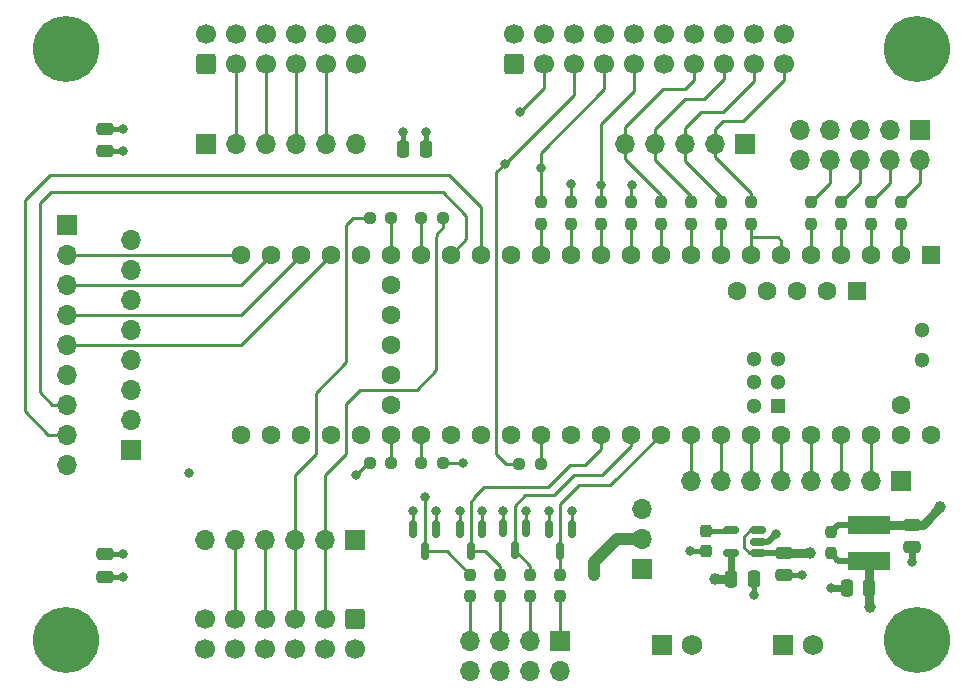
<source format=gbr>
%TF.GenerationSoftware,KiCad,Pcbnew,8.0.6-1.fc40*%
%TF.CreationDate,2024-12-19T20:54:17-05:00*%
%TF.ProjectId,Controller_T41,436f6e74-726f-46c6-9c65-725f5434312e,rev?*%
%TF.SameCoordinates,Original*%
%TF.FileFunction,Copper,L1,Top*%
%TF.FilePolarity,Positive*%
%FSLAX46Y46*%
G04 Gerber Fmt 4.6, Leading zero omitted, Abs format (unit mm)*
G04 Created by KiCad (PCBNEW 8.0.6-1.fc40) date 2024-12-19 20:54:17*
%MOMM*%
%LPD*%
G01*
G04 APERTURE LIST*
G04 Aperture macros list*
%AMRoundRect*
0 Rectangle with rounded corners*
0 $1 Rounding radius*
0 $2 $3 $4 $5 $6 $7 $8 $9 X,Y pos of 4 corners*
0 Add a 4 corners polygon primitive as box body*
4,1,4,$2,$3,$4,$5,$6,$7,$8,$9,$2,$3,0*
0 Add four circle primitives for the rounded corners*
1,1,$1+$1,$2,$3*
1,1,$1+$1,$4,$5*
1,1,$1+$1,$6,$7*
1,1,$1+$1,$8,$9*
0 Add four rect primitives between the rounded corners*
20,1,$1+$1,$2,$3,$4,$5,0*
20,1,$1+$1,$4,$5,$6,$7,0*
20,1,$1+$1,$6,$7,$8,$9,0*
20,1,$1+$1,$8,$9,$2,$3,0*%
G04 Aperture macros list end*
%TA.AperFunction,ComponentPad*%
%ADD10RoundRect,0.250000X0.600000X-0.600000X0.600000X0.600000X-0.600000X0.600000X-0.600000X-0.600000X0*%
%TD*%
%TA.AperFunction,ComponentPad*%
%ADD11C,1.700000*%
%TD*%
%TA.AperFunction,SMDPad,CuDef*%
%ADD12RoundRect,0.237500X-0.237500X0.250000X-0.237500X-0.250000X0.237500X-0.250000X0.237500X0.250000X0*%
%TD*%
%TA.AperFunction,ComponentPad*%
%ADD13R,1.755000X1.755000*%
%TD*%
%TA.AperFunction,ComponentPad*%
%ADD14C,1.755000*%
%TD*%
%TA.AperFunction,SMDPad,CuDef*%
%ADD15RoundRect,0.250000X-0.475000X0.250000X-0.475000X-0.250000X0.475000X-0.250000X0.475000X0.250000X0*%
%TD*%
%TA.AperFunction,SMDPad,CuDef*%
%ADD16RoundRect,0.237500X-0.250000X-0.237500X0.250000X-0.237500X0.250000X0.237500X-0.250000X0.237500X0*%
%TD*%
%TA.AperFunction,ComponentPad*%
%ADD17RoundRect,0.250000X-0.600000X0.600000X-0.600000X-0.600000X0.600000X-0.600000X0.600000X0.600000X0*%
%TD*%
%TA.AperFunction,SMDPad,CuDef*%
%ADD18RoundRect,0.237500X-0.237500X0.300000X-0.237500X-0.300000X0.237500X-0.300000X0.237500X0.300000X0*%
%TD*%
%TA.AperFunction,ComponentPad*%
%ADD19R,1.700000X1.700000*%
%TD*%
%TA.AperFunction,ComponentPad*%
%ADD20O,1.700000X1.700000*%
%TD*%
%TA.AperFunction,SMDPad,CuDef*%
%ADD21RoundRect,0.237500X0.250000X0.237500X-0.250000X0.237500X-0.250000X-0.237500X0.250000X-0.237500X0*%
%TD*%
%TA.AperFunction,ComponentPad*%
%ADD22C,3.600000*%
%TD*%
%TA.AperFunction,ConnectorPad*%
%ADD23C,5.600000*%
%TD*%
%TA.AperFunction,ComponentPad*%
%ADD24R,1.600000X1.600000*%
%TD*%
%TA.AperFunction,ComponentPad*%
%ADD25C,1.600000*%
%TD*%
%TA.AperFunction,ComponentPad*%
%ADD26R,1.300000X1.300000*%
%TD*%
%TA.AperFunction,ComponentPad*%
%ADD27C,1.300000*%
%TD*%
%TA.AperFunction,SMDPad,CuDef*%
%ADD28RoundRect,0.237500X0.237500X-0.250000X0.237500X0.250000X-0.237500X0.250000X-0.237500X-0.250000X0*%
%TD*%
%TA.AperFunction,SMDPad,CuDef*%
%ADD29R,3.600000X1.500000*%
%TD*%
%TA.AperFunction,SMDPad,CuDef*%
%ADD30RoundRect,0.150000X-0.150000X0.587500X-0.150000X-0.587500X0.150000X-0.587500X0.150000X0.587500X0*%
%TD*%
%TA.AperFunction,SMDPad,CuDef*%
%ADD31RoundRect,0.250000X-0.250000X-0.475000X0.250000X-0.475000X0.250000X0.475000X-0.250000X0.475000X0*%
%TD*%
%TA.AperFunction,SMDPad,CuDef*%
%ADD32RoundRect,0.250000X0.250000X0.475000X-0.250000X0.475000X-0.250000X-0.475000X0.250000X-0.475000X0*%
%TD*%
%TA.AperFunction,SMDPad,CuDef*%
%ADD33RoundRect,0.150000X0.512500X0.150000X-0.512500X0.150000X-0.512500X-0.150000X0.512500X-0.150000X0*%
%TD*%
%TA.AperFunction,ViaPad*%
%ADD34C,1.000000*%
%TD*%
%TA.AperFunction,ViaPad*%
%ADD35C,0.800000*%
%TD*%
%TA.AperFunction,Conductor*%
%ADD36C,0.600000*%
%TD*%
%TA.AperFunction,Conductor*%
%ADD37C,0.800000*%
%TD*%
%TA.AperFunction,Conductor*%
%ADD38C,0.250000*%
%TD*%
%TA.AperFunction,Conductor*%
%ADD39C,0.400000*%
%TD*%
%TA.AperFunction,Conductor*%
%ADD40C,0.500000*%
%TD*%
%TA.AperFunction,Conductor*%
%ADD41C,1.000000*%
%TD*%
G04 APERTURE END LIST*
D10*
%TO.P,J4,1,Pin_1*%
%TO.N,+3.3V_SPI*%
X143890000Y-76250000D03*
D11*
%TO.P,J4,2,Pin_2*%
%TO.N,Earth*%
X143890000Y-73710000D03*
%TO.P,J4,3,Pin_3*%
%TO.N,SPI:SDI*%
X146430000Y-76250000D03*
%TO.P,J4,4,Pin_4*%
%TO.N,Earth*%
X146430000Y-73710000D03*
%TO.P,J4,5,Pin_5*%
%TO.N,SPI:CLK*%
X148970000Y-76250000D03*
%TO.P,J4,6,Pin_6*%
%TO.N,Earth*%
X148970000Y-73710000D03*
%TO.P,J4,7,Pin_7*%
%TO.N,SPI:SDO*%
X151510000Y-76250000D03*
%TO.P,J4,8,Pin_8*%
%TO.N,Earth*%
X151510000Y-73710000D03*
%TO.P,J4,9,Pin_9*%
%TO.N,SPI:CS_CNVST*%
X154050000Y-76250000D03*
%TO.P,J4,10,Pin_10*%
%TO.N,Earth*%
X154050000Y-73710000D03*
%TO.P,J4,11,Pin_11*%
%TO.N,+3.3V_SPI*%
X156590000Y-76250000D03*
%TO.P,J4,12,Pin_12*%
%TO.N,Earth*%
X156590000Y-73710000D03*
%TO.P,J4,13,Pin_13*%
%TO.N,CCD:SPR*%
X159130000Y-76250000D03*
%TO.P,J4,14,Pin_14*%
%TO.N,Earth*%
X159130000Y-73710000D03*
%TO.P,J4,15,Pin_15*%
%TO.N,CCD:SH*%
X161670000Y-76250000D03*
%TO.P,J4,16,Pin_16*%
%TO.N,Earth*%
X161670000Y-73710000D03*
%TO.P,J4,17,Pin_17*%
%TO.N,CCD:ICG*%
X164210000Y-76250000D03*
%TO.P,J4,18,Pin_18*%
%TO.N,Earth*%
X164210000Y-73710000D03*
%TO.P,J4,19,Pin_19*%
%TO.N,CCD:CLK*%
X166750000Y-76250000D03*
%TO.P,J4,20,Pin_20*%
%TO.N,Earth*%
X166750000Y-73710000D03*
%TD*%
D12*
%TO.P,R4,1*%
%TO.N,Net-(J3-Pin_6)*%
X171590000Y-87937500D03*
%TO.P,R4,2*%
%TO.N,Net-(U2-2_OUT2)*%
X171590000Y-89762500D03*
%TD*%
%TO.P,R8,1*%
%TO.N,CCD:SH*%
X158890000Y-87937500D03*
%TO.P,R8,2*%
%TO.N,Net-(U2-7_RX2_OUT1A)*%
X158890000Y-89762500D03*
%TD*%
D13*
%TO.P,J2,1,1*%
%TO.N,+3.3V*%
X156390000Y-125440000D03*
D14*
%TO.P,J2,2,2*%
%TO.N,Earth*%
X158930000Y-125440000D03*
%TD*%
D15*
%TO.P,C1,1*%
%TO.N,+3.3V_SPI*%
X109280000Y-117770000D03*
%TO.P,C1,2*%
%TO.N,Earth*%
X109280000Y-119670000D03*
%TD*%
D16*
%TO.P,R16,1*%
%TO.N,SPI1:CLK*%
X131677500Y-89300000D03*
%TO.P,R16,2*%
%TO.N,Net-(U2-27_A13_SCK1)*%
X133502500Y-89300000D03*
%TD*%
D17*
%TO.P,J8,1,Pin_1*%
%TO.N,+3.3V_SPI*%
X130400000Y-123250000D03*
D11*
%TO.P,J8,2,Pin_2*%
%TO.N,Earth*%
X130400000Y-125790000D03*
%TO.P,J8,3,Pin_3*%
%TO.N,SPI1:SDI*%
X127860000Y-123250000D03*
%TO.P,J8,4,Pin_4*%
%TO.N,Earth*%
X127860000Y-125790000D03*
%TO.P,J8,5,Pin_5*%
%TO.N,SPI1:CLK*%
X125320000Y-123250000D03*
%TO.P,J8,6,Pin_6*%
%TO.N,Earth*%
X125320000Y-125790000D03*
%TO.P,J8,7,Pin_7*%
%TO.N,SPI1:SDO*%
X122780000Y-123250000D03*
%TO.P,J8,8,Pin_8*%
%TO.N,Earth*%
X122780000Y-125790000D03*
%TO.P,J8,9,Pin_9*%
%TO.N,SPI1\u005C:CS_CNVST*%
X120240000Y-123250000D03*
%TO.P,J8,10,Pin_10*%
%TO.N,Earth*%
X120240000Y-125790000D03*
%TO.P,J8,11,Pin_11*%
%TO.N,+3.3V_SPI*%
X117700000Y-123250000D03*
%TO.P,J8,12,Pin_12*%
%TO.N,Earth*%
X117700000Y-125790000D03*
%TD*%
D12*
%TO.P,R5,1*%
%TO.N,Net-(J3-Pin_8)*%
X169050000Y-87937500D03*
%TO.P,R5,2*%
%TO.N,Net-(U2-3_LRCLK2)*%
X169050000Y-89762500D03*
%TD*%
D18*
%TO.P,C8,1*%
%TO.N,Net-(U3-BP)*%
X160160000Y-115747500D03*
%TO.P,C8,2*%
%TO.N,Earth*%
X160160000Y-117472500D03*
%TD*%
D15*
%TO.P,C3,1*%
%TO.N,+3.3V_SPI*%
X109280000Y-81710000D03*
%TO.P,C3,2*%
%TO.N,Earth*%
X109280000Y-83610000D03*
%TD*%
D19*
%TO.P,J12,1,Pin_1*%
%TO.N,Earth*%
X111480000Y-108900000D03*
D20*
%TO.P,J12,2,Pin_2*%
%TO.N,Net-(J12-Pin_2)*%
X111480000Y-106360000D03*
%TO.P,J12,3,Pin_3*%
%TO.N,Net-(J12-Pin_3)*%
X111480000Y-103820000D03*
%TO.P,J12,4,Pin_4*%
%TO.N,Net-(J12-Pin_4)*%
X111480000Y-101280000D03*
%TO.P,J12,5,Pin_5*%
%TO.N,Net-(J12-Pin_5)*%
X111480000Y-98740000D03*
%TO.P,J12,6,Pin_6*%
%TO.N,Net-(J12-Pin_6)*%
X111480000Y-96200000D03*
%TO.P,J12,7,Pin_7*%
%TO.N,Net-(J12-Pin_7)*%
X111480000Y-93660000D03*
%TO.P,J12,8,Pin_8*%
%TO.N,Net-(J12-Pin_8)*%
X111480000Y-91120000D03*
%TD*%
D12*
%TO.P,R6,1*%
%TO.N,CCD:CLK*%
X163970000Y-87937500D03*
%TO.P,R6,2*%
%TO.N,Net-(U2-4_BCLK2)*%
X163970000Y-89762500D03*
%TD*%
D21*
%TO.P,R17,1*%
%TO.N,SPI1:SDO*%
X137852500Y-110040000D03*
%TO.P,R17,2*%
%TO.N,Net-(U2-39_MISO1_OUT1A)*%
X136027500Y-110040000D03*
%TD*%
D22*
%TO.P,H1,1,1*%
%TO.N,Earth*%
X178000000Y-125000000D03*
D23*
X178000000Y-125000000D03*
%TD*%
D24*
%TO.P,U2,1,GND*%
%TO.N,Earth*%
X179210000Y-92380000D03*
D25*
%TO.P,U2,2,0_RX1_CRX2_CS1*%
%TO.N,Net-(U2-0_RX1_CRX2_CS1)*%
X176670000Y-92380000D03*
%TO.P,U2,3,1_TX1_CTX2_MISO1*%
%TO.N,Net-(U2-1_TX1_CTX2_MISO1)*%
X174130000Y-92380000D03*
%TO.P,U2,4,2_OUT2*%
%TO.N,Net-(U2-2_OUT2)*%
X171590000Y-92380000D03*
%TO.P,U2,5,3_LRCLK2*%
%TO.N,Net-(U2-3_LRCLK2)*%
X169050000Y-92380000D03*
%TO.P,U2,6,4_BCLK2*%
%TO.N,Net-(U2-4_BCLK2)*%
X166510000Y-92380000D03*
%TO.P,U2,7,5_IN2*%
X163970000Y-92380000D03*
%TO.P,U2,8,6_OUT1D*%
%TO.N,Net-(U2-6_OUT1D)*%
X161430000Y-92380000D03*
%TO.P,U2,9,7_RX2_OUT1A*%
%TO.N,Net-(U2-7_RX2_OUT1A)*%
X158890000Y-92380000D03*
%TO.P,U2,10,8_TX2_IN1*%
%TO.N,Net-(U2-8_TX2_IN1)*%
X156350000Y-92380000D03*
%TO.P,U2,11,9_OUT1C*%
%TO.N,Net-(U2-9_OUT1C)*%
X153810000Y-92380000D03*
%TO.P,U2,12,10_CS_MQSR*%
%TO.N,Net-(U2-10_CS_MQSR)*%
X151270000Y-92380000D03*
%TO.P,U2,13,11_MOSI_CTX1*%
%TO.N,Net-(U2-11_MOSI_CTX1)*%
X148730000Y-92380000D03*
%TO.P,U2,14,12_MISO_MQSL*%
%TO.N,Net-(U2-12_MISO_MQSL)*%
X146190000Y-92380000D03*
%TO.P,U2,15,3V3*%
%TO.N,3.3V_T4*%
X143650000Y-92380000D03*
%TO.P,U2,16,24_A10_TX6_SCL2*%
%TO.N,Net-(J11-Pin_8)*%
X141110000Y-92380000D03*
%TO.P,U2,17,25_A11_RX6_SDA2*%
%TO.N,Net-(J11-Pin_7)*%
X138570000Y-92380000D03*
%TO.P,U2,18,26_A12_MOSI1*%
%TO.N,Net-(U2-26_A12_MOSI1)*%
X136030000Y-92380000D03*
%TO.P,U2,19,27_A13_SCK1*%
%TO.N,Net-(U2-27_A13_SCK1)*%
X133490000Y-92380000D03*
%TO.P,U2,20,28_RX7*%
%TO.N,Net-(J11-Pin_6)*%
X130950000Y-92380000D03*
%TO.P,U2,21,29_TX7*%
%TO.N,Net-(J11-Pin_5)*%
X128410000Y-92380000D03*
%TO.P,U2,22,30_CRX3*%
%TO.N,Net-(J11-Pin_4)*%
X125870000Y-92380000D03*
%TO.P,U2,23,31_CTX3*%
%TO.N,Net-(J11-Pin_3)*%
X123330000Y-92380000D03*
%TO.P,U2,24,32_OUT1B*%
%TO.N,Net-(J11-Pin_2)*%
X120790000Y-92380000D03*
%TO.P,U2,25,33_MCLK2*%
%TO.N,Net-(J12-Pin_2)*%
X120790000Y-107620000D03*
%TO.P,U2,26,34_RX8*%
%TO.N,Net-(J12-Pin_3)*%
X123330000Y-107620000D03*
%TO.P,U2,27,35_TX8*%
%TO.N,Net-(J12-Pin_4)*%
X125870000Y-107620000D03*
%TO.P,U2,28,36_CS*%
%TO.N,Net-(J12-Pin_5)*%
X128410000Y-107620000D03*
%TO.P,U2,29,37_CS*%
%TO.N,Net-(J12-Pin_6)*%
X130950000Y-107620000D03*
%TO.P,U2,30,38_CS1_IN1*%
%TO.N,Net-(U2-38_CS1_IN1)*%
X133490000Y-107620000D03*
%TO.P,U2,31,39_MISO1_OUT1A*%
%TO.N,Net-(U2-39_MISO1_OUT1A)*%
X136030000Y-107620000D03*
%TO.P,U2,32,40_A16*%
%TO.N,Net-(J12-Pin_7)*%
X138570000Y-107620000D03*
%TO.P,U2,33,41_A17*%
%TO.N,Net-(J12-Pin_8)*%
X141110000Y-107620000D03*
%TO.P,U2,34,GND*%
%TO.N,Earth*%
X143650000Y-107620000D03*
%TO.P,U2,35,13_SCK_LED*%
%TO.N,Net-(U2-13_SCK_LED)*%
X146190000Y-107620000D03*
%TO.P,U2,36,14_A0_TX3_SPDIF_OUT*%
%TO.N,Net-(U2-14_A0_TX3_SPDIF_OUT)*%
X148730000Y-107620000D03*
%TO.P,U2,37,15_A1_RX3_SPDIF_IN*%
%TO.N,Net-(U2-15_A1_RX3_SPDIF_IN)*%
X151270000Y-107620000D03*
%TO.P,U2,38,16_A2_RX4_SCL1*%
%TO.N,Net-(U2-16_A2_RX4_SCL1)*%
X153810000Y-107620000D03*
%TO.P,U2,39,17_A3_TX4_SDA1*%
%TO.N,Net-(U2-17_A3_TX4_SDA1)*%
X156350000Y-107620000D03*
%TO.P,U2,40,18_A4_SDA*%
%TO.N,Net-(J13-Pin_8)*%
X158890000Y-107620000D03*
%TO.P,U2,41,19_A5_SCL*%
%TO.N,Net-(J13-Pin_7)*%
X161430000Y-107620000D03*
%TO.P,U2,42,20_A6_TX5_LRCLK1*%
%TO.N,Net-(J13-Pin_6)*%
X163970000Y-107620000D03*
%TO.P,U2,43,21_A7_RX5_BCLK1*%
%TO.N,Net-(J13-Pin_5)*%
X166510000Y-107620000D03*
%TO.P,U2,44,22_A8_CTX1*%
%TO.N,Net-(J13-Pin_4)*%
X169050000Y-107620000D03*
%TO.P,U2,45,23_A9_CRX1_MCLK1*%
%TO.N,Net-(J13-Pin_3)*%
X171590000Y-107620000D03*
%TO.P,U2,46,3V3*%
%TO.N,3.3V_T4*%
X174130000Y-107620000D03*
%TO.P,U2,47,GND*%
%TO.N,Earth*%
X176670000Y-107620000D03*
%TO.P,U2,48,VIN*%
%TO.N,/5V_IN*%
X179210000Y-107620000D03*
%TO.P,U2,49,VUSB*%
%TO.N,unconnected-(U2-VUSB-Pad49)*%
X176670000Y-105080000D03*
%TO.P,U2,50,VBAT*%
%TO.N,unconnected-(U2-VBAT-Pad50)*%
X133490000Y-94920000D03*
%TO.P,U2,51,3V3*%
%TO.N,unconnected-(U2-3V3-Pad51)*%
X133490000Y-97460000D03*
%TO.P,U2,52,GND*%
%TO.N,unconnected-(U2-GND-Pad52)*%
X133490000Y-100000000D03*
%TO.P,U2,53,PROGRAM*%
%TO.N,unconnected-(U2-PROGRAM-Pad53)*%
X133490000Y-102540000D03*
%TO.P,U2,54,ON_OFF*%
%TO.N,unconnected-(U2-ON_OFF-Pad54)*%
X133490000Y-105080000D03*
D24*
%TO.P,U2,55,5V*%
%TO.N,unconnected-(U2-5V-Pad55)*%
X172910800Y-95430800D03*
D25*
%TO.P,U2,56,D-*%
%TO.N,unconnected-(U2-D--Pad56)*%
X170370800Y-95430800D03*
%TO.P,U2,57,D+*%
%TO.N,unconnected-(U2-D+-Pad57)*%
X167830800Y-95430800D03*
%TO.P,U2,58,GND*%
%TO.N,unconnected-(U2-GND-Pad58)*%
X165290800Y-95430800D03*
%TO.P,U2,59,GND*%
%TO.N,unconnected-(U2-GND-Pad59)*%
X162750800Y-95430800D03*
D26*
%TO.P,U2,60,R+*%
%TO.N,unconnected-(U2-R+-Pad60)*%
X166240000Y-105181600D03*
D27*
%TO.P,U2,61,LED*%
%TO.N,unconnected-(U2-LED-Pad61)*%
X166240000Y-103181600D03*
%TO.P,U2,62,T-*%
%TO.N,unconnected-(U2-T--Pad62)*%
X166240000Y-101181600D03*
%TO.P,U2,63,T+*%
%TO.N,unconnected-(U2-T+-Pad63)*%
X164240000Y-101181600D03*
%TO.P,U2,64,GND*%
%TO.N,unconnected-(U2-GND-Pad64)*%
X164240000Y-103181600D03*
%TO.P,U2,65,R-*%
%TO.N,unconnected-(U2-R--Pad65)*%
X164240000Y-105181600D03*
%TO.P,U2,66,D-*%
%TO.N,unconnected-(U2-D--Pad66)*%
X178480000Y-101270000D03*
%TO.P,U2,67,D+*%
%TO.N,unconnected-(U2-D+-Pad67)*%
X178480000Y-98730000D03*
%TD*%
D22*
%TO.P,H4,1,1*%
%TO.N,Earth*%
X106000000Y-75000000D03*
D23*
X106000000Y-75000000D03*
%TD*%
D28*
%TO.P,R19,1*%
%TO.N,Net-(J10-Pin_1)*%
X147800000Y-121300000D03*
%TO.P,R19,2*%
%TO.N,Net-(U2-17_A3_TX4_SDA1)*%
X147800000Y-119475000D03*
%TD*%
D12*
%TO.P,R7,1*%
%TO.N,CCD:ICG*%
X161430000Y-87937500D03*
%TO.P,R7,2*%
%TO.N,Net-(U2-6_OUT1D)*%
X161430000Y-89762500D03*
%TD*%
D29*
%TO.P,L1,1,1*%
%TO.N,/5V_IN*%
X174000000Y-115250000D03*
%TO.P,L1,2,2*%
%TO.N,+5V*%
X174000000Y-118300000D03*
%TD*%
D30*
%TO.P,D2,1,K*%
%TO.N,Earth*%
X144912500Y-115552500D03*
%TO.P,D2,2,A*%
%TO.N,3.3V_T4*%
X143012500Y-115552500D03*
%TO.P,D2,3,K*%
%TO.N,Net-(U2-16_A2_RX4_SCL1)*%
X143962500Y-117427500D03*
%TD*%
D12*
%TO.P,R10,1*%
%TO.N,Net-(J3-Pin_10)*%
X153810000Y-87937500D03*
%TO.P,R10,2*%
%TO.N,Net-(U2-9_OUT1C)*%
X153810000Y-89762500D03*
%TD*%
D19*
%TO.P,J13,1,Pin_1*%
%TO.N,Earth*%
X176670000Y-111550000D03*
D20*
%TO.P,J13,2,Pin_2*%
%TO.N,3.3V_T4*%
X174130000Y-111550000D03*
%TO.P,J13,3,Pin_3*%
%TO.N,Net-(J13-Pin_3)*%
X171590000Y-111550000D03*
%TO.P,J13,4,Pin_4*%
%TO.N,Net-(J13-Pin_4)*%
X169050000Y-111550000D03*
%TO.P,J13,5,Pin_5*%
%TO.N,Net-(J13-Pin_5)*%
X166510000Y-111550000D03*
%TO.P,J13,6,Pin_6*%
%TO.N,Net-(J13-Pin_6)*%
X163970000Y-111550000D03*
%TO.P,J13,7,Pin_7*%
%TO.N,Net-(J13-Pin_7)*%
X161430000Y-111550000D03*
%TO.P,J13,8,Pin_8*%
%TO.N,Net-(J13-Pin_8)*%
X158890000Y-111550000D03*
%TD*%
D21*
%TO.P,R15,1*%
%TO.N,SPI1:SDI*%
X137855200Y-89300000D03*
%TO.P,R15,2*%
%TO.N,Net-(U2-26_A12_MOSI1)*%
X136030200Y-89300000D03*
%TD*%
D30*
%TO.P,D4,1,K*%
%TO.N,Earth*%
X137292500Y-115608200D03*
%TO.P,D4,2,A*%
%TO.N,3.3V_T4*%
X135392500Y-115608200D03*
%TO.P,D4,3,K*%
%TO.N,Net-(U2-14_A0_TX3_SPDIF_OUT)*%
X136342500Y-117483200D03*
%TD*%
D12*
%TO.P,R12,1*%
%TO.N,SPI:SDI*%
X148730000Y-87937500D03*
%TO.P,R12,2*%
%TO.N,Net-(U2-11_MOSI_CTX1)*%
X148730000Y-89762500D03*
%TD*%
D19*
%TO.P,J10,1,Pin_1*%
%TO.N,Net-(J10-Pin_1)*%
X147800000Y-125125000D03*
D20*
%TO.P,J10,2,Pin_2*%
%TO.N,Earth*%
X147800000Y-127665000D03*
%TO.P,J10,3,Pin_3*%
%TO.N,Net-(J10-Pin_3)*%
X145260000Y-125125000D03*
%TO.P,J10,4,Pin_4*%
%TO.N,Earth*%
X145260000Y-127665000D03*
%TO.P,J10,5,Pin_5*%
%TO.N,Net-(J10-Pin_5)*%
X142720000Y-125125000D03*
%TO.P,J10,6,Pin_6*%
%TO.N,Earth*%
X142720000Y-127665000D03*
%TO.P,J10,7,Pin_7*%
%TO.N,Net-(J10-Pin_7)*%
X140180000Y-125125000D03*
%TO.P,J10,8,Pin_8*%
%TO.N,Earth*%
X140180000Y-127665000D03*
%TD*%
D28*
%TO.P,R20,1*%
%TO.N,Net-(J10-Pin_3)*%
X145260000Y-121300000D03*
%TO.P,R20,2*%
%TO.N,Net-(U2-16_A2_RX4_SCL1)*%
X145260000Y-119475000D03*
%TD*%
D12*
%TO.P,R2,1*%
%TO.N,Net-(J3-Pin_2)*%
X176670000Y-87937500D03*
%TO.P,R2,2*%
%TO.N,Net-(U2-0_RX1_CRX2_CS1)*%
X176670000Y-89762500D03*
%TD*%
D13*
%TO.P,J1,1,1*%
%TO.N,+5V*%
X166690000Y-125440000D03*
D14*
%TO.P,J1,2,2*%
%TO.N,Earth*%
X169230000Y-125440000D03*
%TD*%
D12*
%TO.P,R9,1*%
%TO.N,CCD:SPR*%
X156350000Y-87937500D03*
%TO.P,R9,2*%
%TO.N,Net-(U2-8_TX2_IN1)*%
X156350000Y-89762500D03*
%TD*%
D19*
%TO.P,J11,1,Pin_1*%
%TO.N,Earth*%
X106080000Y-89840000D03*
D20*
%TO.P,J11,2,Pin_2*%
%TO.N,Net-(J11-Pin_2)*%
X106080000Y-92380000D03*
%TO.P,J11,3,Pin_3*%
%TO.N,Net-(J11-Pin_3)*%
X106080000Y-94920000D03*
%TO.P,J11,4,Pin_4*%
%TO.N,Net-(J11-Pin_4)*%
X106080000Y-97460000D03*
%TO.P,J11,5,Pin_5*%
%TO.N,Net-(J11-Pin_5)*%
X106080000Y-100000000D03*
%TO.P,J11,6,Pin_6*%
%TO.N,Net-(J11-Pin_6)*%
X106080000Y-102540000D03*
%TO.P,J11,7,Pin_7*%
%TO.N,Net-(J11-Pin_7)*%
X106080000Y-105080000D03*
%TO.P,J11,8,Pin_8*%
%TO.N,Net-(J11-Pin_8)*%
X106080000Y-107620000D03*
%TO.P,J11,9,Pin_9*%
%TO.N,3.3V_T4*%
X106080000Y-110160000D03*
%TD*%
D16*
%TO.P,R18,1*%
%TO.N,SPI1\u005C:CS_CNVST*%
X131667500Y-110040000D03*
%TO.P,R18,2*%
%TO.N,Net-(U2-38_CS1_IN1)*%
X133492500Y-110040000D03*
%TD*%
D28*
%TO.P,R22,1*%
%TO.N,Net-(J10-Pin_7)*%
X140180000Y-121300000D03*
%TO.P,R22,2*%
%TO.N,Net-(U2-14_A0_TX3_SPDIF_OUT)*%
X140180000Y-119475000D03*
%TD*%
D12*
%TO.P,R1,1*%
%TO.N,/5V_IN*%
X170700000Y-115862500D03*
%TO.P,R1,2*%
%TO.N,+5V*%
X170700000Y-117687500D03*
%TD*%
D19*
%TO.P,J7,1,Pin_1*%
%TO.N,Earth*%
X117830000Y-83000000D03*
D20*
%TO.P,J7,2,Pin_2*%
%TO.N,SPI:SDI*%
X120370000Y-83000000D03*
%TO.P,J7,3,Pin_3*%
%TO.N,SPI:CLK*%
X122910000Y-83000000D03*
%TO.P,J7,4,Pin_4*%
%TO.N,SPI:SDO*%
X125450000Y-83000000D03*
%TO.P,J7,5,Pin_5*%
%TO.N,SPI:CS_CNVST*%
X127990000Y-83000000D03*
%TO.P,J7,6,Pin_6*%
%TO.N,Earth*%
X130530000Y-83000000D03*
%TD*%
D12*
%TO.P,R13,1*%
%TO.N,SPI:SDO*%
X146190000Y-87937500D03*
%TO.P,R13,2*%
%TO.N,Net-(U2-12_MISO_MQSL)*%
X146190000Y-89762500D03*
%TD*%
%TO.P,R11,1*%
%TO.N,SPI:CS_CNVST*%
X151270000Y-87937500D03*
%TO.P,R11,2*%
%TO.N,Net-(U2-10_CS_MQSR)*%
X151270000Y-89762500D03*
%TD*%
%TO.P,R3,1*%
%TO.N,Net-(J3-Pin_4)*%
X174130000Y-87937500D03*
%TO.P,R3,2*%
%TO.N,Net-(U2-1_TX1_CTX2_MISO1)*%
X174130000Y-89762500D03*
%TD*%
D22*
%TO.P,H3,1,1*%
%TO.N,Earth*%
X106000000Y-125000000D03*
D23*
X106000000Y-125000000D03*
%TD*%
D19*
%TO.P,J5,1,Pin_1*%
%TO.N,Earth*%
X163455000Y-83000000D03*
D20*
%TO.P,J5,2,Pin_2*%
%TO.N,CCD:CLK*%
X160915000Y-83000000D03*
%TO.P,J5,3,Pin_3*%
%TO.N,CCD:ICG*%
X158375000Y-83000000D03*
%TO.P,J5,4,Pin_4*%
%TO.N,CCD:SH*%
X155835000Y-83000000D03*
%TO.P,J5,5,Pin_5*%
%TO.N,CCD:SPR*%
X153295000Y-83000000D03*
%TD*%
D19*
%TO.P,J9,1,Pin_1*%
%TO.N,Earth*%
X130420000Y-116510000D03*
D20*
%TO.P,J9,2,Pin_2*%
%TO.N,SPI1:SDI*%
X127880000Y-116510000D03*
%TO.P,J9,3,Pin_3*%
%TO.N,SPI1:CLK*%
X125340000Y-116510000D03*
%TO.P,J9,4,Pin_4*%
%TO.N,SPI1:SDO*%
X122800000Y-116510000D03*
%TO.P,J9,5,Pin_5*%
%TO.N,SPI1\u005C:CS_CNVST*%
X120260000Y-116510000D03*
%TO.P,J9,6,Pin_6*%
%TO.N,Earth*%
X117720000Y-116510000D03*
%TD*%
D15*
%TO.P,C7,1*%
%TO.N,/5V_IN*%
X177610000Y-115235000D03*
%TO.P,C7,2*%
%TO.N,Earth*%
X177610000Y-117135000D03*
%TD*%
D16*
%TO.P,R14,1*%
%TO.N,SPI:CLK*%
X144347500Y-110100000D03*
%TO.P,R14,2*%
%TO.N,Net-(U2-13_SCK_LED)*%
X146172500Y-110100000D03*
%TD*%
D19*
%TO.P,JP1,1,A*%
%TO.N,+3.3V*%
X154710000Y-119015000D03*
D20*
%TO.P,JP1,2,C*%
%TO.N,+3.3V_SPI*%
X154710000Y-116475000D03*
%TO.P,JP1,3,B*%
%TO.N,3.3V_T4*%
X154710000Y-113935000D03*
%TD*%
D30*
%TO.P,D1,1,K*%
%TO.N,Earth*%
X148770000Y-115610000D03*
%TO.P,D1,2,A*%
%TO.N,3.3V_T4*%
X146870000Y-115610000D03*
%TO.P,D1,3,K*%
%TO.N,Net-(U2-17_A3_TX4_SDA1)*%
X147820000Y-117485000D03*
%TD*%
D22*
%TO.P,H2,1,1*%
%TO.N,Earth*%
X178000000Y-75000000D03*
D23*
X178000000Y-75000000D03*
%TD*%
D28*
%TO.P,R21,1*%
%TO.N,Net-(J10-Pin_5)*%
X142720000Y-121300000D03*
%TO.P,R21,2*%
%TO.N,Net-(U2-15_A1_RX3_SPDIF_IN)*%
X142720000Y-119475000D03*
%TD*%
D31*
%TO.P,C2,1*%
%TO.N,+3.3V*%
X162302500Y-119850000D03*
%TO.P,C2,2*%
%TO.N,Earth*%
X164202500Y-119850000D03*
%TD*%
D32*
%TO.P,C6,1*%
%TO.N,+5V*%
X174000000Y-120615000D03*
%TO.P,C6,2*%
%TO.N,Earth*%
X172100000Y-120615000D03*
%TD*%
D10*
%TO.P,J6,1,Pin_1*%
%TO.N,+3.3V_SPI*%
X117810000Y-76250000D03*
D11*
%TO.P,J6,2,Pin_2*%
%TO.N,Earth*%
X117810000Y-73710000D03*
%TO.P,J6,3,Pin_3*%
%TO.N,SPI:SDI*%
X120350000Y-76250000D03*
%TO.P,J6,4,Pin_4*%
%TO.N,Earth*%
X120350000Y-73710000D03*
%TO.P,J6,5,Pin_5*%
%TO.N,SPI:CLK*%
X122890000Y-76250000D03*
%TO.P,J6,6,Pin_6*%
%TO.N,Earth*%
X122890000Y-73710000D03*
%TO.P,J6,7,Pin_7*%
%TO.N,SPI:SDO*%
X125430000Y-76250000D03*
%TO.P,J6,8,Pin_8*%
%TO.N,Earth*%
X125430000Y-73710000D03*
%TO.P,J6,9,Pin_9*%
%TO.N,SPI:CS_CNVST*%
X127970000Y-76250000D03*
%TO.P,J6,10,Pin_10*%
%TO.N,Earth*%
X127970000Y-73710000D03*
%TO.P,J6,11,Pin_11*%
%TO.N,+3.3V_SPI*%
X130510000Y-76250000D03*
%TO.P,J6,12,Pin_12*%
%TO.N,Earth*%
X130510000Y-73710000D03*
%TD*%
D30*
%TO.P,D3,1,K*%
%TO.N,Earth*%
X141190000Y-115610000D03*
%TO.P,D3,2,A*%
%TO.N,3.3V_T4*%
X139290000Y-115610000D03*
%TO.P,D3,3,K*%
%TO.N,Net-(U2-15_A1_RX3_SPDIF_IN)*%
X140240000Y-117485000D03*
%TD*%
D31*
%TO.P,C4,1*%
%TO.N,+3.3V_SPI*%
X134520000Y-83480000D03*
%TO.P,C4,2*%
%TO.N,Earth*%
X136420000Y-83480000D03*
%TD*%
D19*
%TO.P,J3,1,Pin_1*%
%TO.N,Earth*%
X178280000Y-81860000D03*
D20*
%TO.P,J3,2,Pin_2*%
%TO.N,Net-(J3-Pin_2)*%
X178280000Y-84400000D03*
%TO.P,J3,3,Pin_3*%
%TO.N,Earth*%
X175740000Y-81860000D03*
%TO.P,J3,4,Pin_4*%
%TO.N,Net-(J3-Pin_4)*%
X175740000Y-84400000D03*
%TO.P,J3,5,Pin_5*%
%TO.N,Earth*%
X173200000Y-81860000D03*
%TO.P,J3,6,Pin_6*%
%TO.N,Net-(J3-Pin_6)*%
X173200000Y-84400000D03*
%TO.P,J3,7,Pin_7*%
%TO.N,Earth*%
X170660000Y-81860000D03*
%TO.P,J3,8,Pin_8*%
%TO.N,Net-(J3-Pin_8)*%
X170660000Y-84400000D03*
%TO.P,J3,9,Pin_9*%
%TO.N,Earth*%
X168120000Y-81860000D03*
%TO.P,J3,10,Pin_10*%
%TO.N,Net-(J3-Pin_10)*%
X168120000Y-84400000D03*
%TD*%
D33*
%TO.P,U3,1,IN*%
%TO.N,+5V*%
X164577500Y-117640000D03*
%TO.P,U3,2,GND*%
%TO.N,Earth*%
X164577500Y-116690000D03*
%TO.P,U3,3,EN*%
%TO.N,+5V*%
X164577500Y-115740000D03*
%TO.P,U3,4,BP*%
%TO.N,Net-(U3-BP)*%
X162302500Y-115740000D03*
%TO.P,U3,5,OUT*%
%TO.N,+3.3V*%
X162302500Y-117640000D03*
%TD*%
D15*
%TO.P,C5,1*%
%TO.N,+5V*%
X166780000Y-117640000D03*
%TO.P,C5,2*%
%TO.N,Earth*%
X166780000Y-119540000D03*
%TD*%
D34*
%TO.N,+3.3V*%
X160960000Y-119850000D03*
D35*
%TO.N,Earth*%
X137300000Y-114127500D03*
X166090000Y-116010000D03*
X148770000Y-114127500D03*
X110790000Y-83610000D03*
X141190000Y-114127500D03*
X170780000Y-120615000D03*
X144910000Y-114127500D03*
X136420000Y-81970000D03*
X168250000Y-119540000D03*
X110790000Y-119670000D03*
X164200000Y-121240000D03*
X177610000Y-118400000D03*
X158830000Y-117480000D03*
D34*
%TO.N,/5V_IN*%
X180000000Y-113750000D03*
%TO.N,+5V*%
X169000000Y-117640000D03*
X174010000Y-122200000D03*
D35*
%TO.N,Net-(U2-14_A0_TX3_SPDIF_OUT)*%
X136342500Y-112870000D03*
%TO.N,SPI:SDI*%
X148730000Y-86380000D03*
X144390000Y-80340000D03*
%TO.N,SPI:SDO*%
X146150000Y-85070000D03*
%TO.N,+3.3V_SPI*%
X110790000Y-81710000D03*
D34*
X150670000Y-119520000D03*
D35*
X110790000Y-117770000D03*
X134520000Y-81970000D03*
%TO.N,SPI:CLK*%
X143115000Y-84715000D03*
%TO.N,SPI:CS_CNVST*%
X151270000Y-86460000D03*
%TO.N,SPI1:SDO*%
X139550000Y-110030000D03*
%TO.N,SPI1\u005C:CS_CNVST*%
X130550000Y-111060000D03*
%TO.N,Net-(J3-Pin_10)*%
X153850000Y-86500000D03*
%TO.N,3.3V_T4*%
X146870000Y-114127500D03*
X116370000Y-110860000D03*
X139290000Y-114127500D03*
X135392500Y-114127500D03*
X143012500Y-114127500D03*
%TD*%
D36*
%TO.N,+3.3V*%
X162302500Y-117640000D02*
X162302500Y-119850000D01*
D37*
X160960000Y-119850000D02*
X162302500Y-119850000D01*
D36*
%TO.N,Earth*%
X177610000Y-117135000D02*
X177610000Y-118400000D01*
D38*
X164202500Y-121237500D02*
X164200000Y-121240000D01*
X141190000Y-115610000D02*
X141190000Y-114127500D01*
D39*
X166780000Y-119540000D02*
X168250000Y-119540000D01*
D38*
X137102500Y-114247500D02*
X137110000Y-114240000D01*
D39*
X158830000Y-117480000D02*
X158837500Y-117472500D01*
D40*
X165410000Y-116690000D02*
X164577500Y-116690000D01*
D39*
X164202500Y-119850000D02*
X164202500Y-121237500D01*
X136420000Y-83480000D02*
X136420000Y-81970000D01*
D36*
X172100000Y-120615000D02*
X170780000Y-120615000D01*
D40*
X166090000Y-116010000D02*
X165410000Y-116690000D01*
D38*
X144912500Y-115552500D02*
X144912500Y-114130000D01*
D39*
X109280000Y-119670000D02*
X110790000Y-119670000D01*
X158837500Y-117472500D02*
X160160000Y-117472500D01*
D38*
X148770000Y-115610000D02*
X148770000Y-114127500D01*
X137292500Y-115608200D02*
X137292500Y-114135000D01*
D39*
X109280000Y-83610000D02*
X110790000Y-83610000D01*
D38*
X144722500Y-114242500D02*
X144720000Y-114240000D01*
D37*
%TO.N,/5V_IN*%
X177610000Y-115235000D02*
X174015000Y-115235000D01*
X177610000Y-115235000D02*
X178515000Y-115235000D01*
X174015000Y-115235000D02*
X174000000Y-115250000D01*
X178515000Y-115235000D02*
X180000000Y-113750000D01*
D40*
X174000000Y-115250000D02*
X171312500Y-115250000D01*
X171312500Y-115250000D02*
X170700000Y-115862500D01*
%TO.N,+5V*%
X171312500Y-118300000D02*
X170700000Y-117687500D01*
D37*
X174000000Y-120615000D02*
X174000000Y-122190000D01*
X174000000Y-118300000D02*
X174000000Y-120615000D01*
D40*
X174000000Y-118300000D02*
X171312500Y-118300000D01*
D38*
X163380000Y-116275001D02*
X163380000Y-117180000D01*
X164577500Y-115740000D02*
X163915001Y-115740000D01*
X163915001Y-115740000D02*
X163380000Y-116275001D01*
D40*
X164577500Y-117640000D02*
X166740000Y-117640000D01*
D37*
X166780000Y-117640000D02*
X169000000Y-117640000D01*
D38*
X163840000Y-117640000D02*
X164577500Y-117640000D01*
D37*
X174000000Y-122190000D02*
X174010000Y-122200000D01*
D38*
X163380000Y-117180000D02*
X163840000Y-117640000D01*
%TO.N,Net-(U2-17_A3_TX4_SDA1)*%
X147800000Y-119475000D02*
X147800000Y-117505000D01*
X147800000Y-117505000D02*
X147820000Y-117485000D01*
X149380000Y-111930000D02*
X152040000Y-111930000D01*
X152040000Y-111930000D02*
X156350000Y-107620000D01*
X147820000Y-113490000D02*
X149380000Y-111930000D01*
X147820000Y-117485000D02*
X147820000Y-113490000D01*
%TO.N,Net-(U2-16_A2_RX4_SCL1)*%
X148950000Y-111060000D02*
X151310000Y-111060000D01*
X145260000Y-119475000D02*
X145260000Y-118725000D01*
X145260000Y-118725000D02*
X143962500Y-117427500D01*
X143962500Y-113627500D02*
X144870000Y-112720000D01*
X143962500Y-117427500D02*
X143962500Y-113627500D01*
X151310000Y-111060000D02*
X153810000Y-108560000D01*
X144870000Y-112720000D02*
X147290000Y-112720000D01*
X153810000Y-108560000D02*
X153810000Y-107620000D01*
X147290000Y-112720000D02*
X148950000Y-111060000D01*
%TO.N,Net-(U2-15_A1_RX3_SPDIF_IN)*%
X140510000Y-112870000D02*
X141340000Y-112040000D01*
X146750000Y-112040000D02*
X148610000Y-110180000D01*
X140240000Y-113290000D02*
X140510000Y-113020000D01*
X142720000Y-119475000D02*
X142720000Y-118750000D01*
X149950000Y-110180000D02*
X151270000Y-108860000D01*
X141455000Y-117485000D02*
X140240000Y-117485000D01*
X140510000Y-113020000D02*
X140510000Y-112870000D01*
X140240000Y-117485000D02*
X140240000Y-113290000D01*
X142720000Y-118750000D02*
X141455000Y-117485000D01*
X141340000Y-112040000D02*
X146750000Y-112040000D01*
X151270000Y-108860000D02*
X151270000Y-107620000D01*
X148610000Y-110180000D02*
X149950000Y-110180000D01*
%TO.N,Net-(U2-14_A0_TX3_SPDIF_OUT)*%
X140180000Y-119475000D02*
X138188200Y-117483200D01*
X138188200Y-117483200D02*
X136342500Y-117483200D01*
X136342500Y-117483200D02*
X136342500Y-112870000D01*
%TO.N,CCD:SPR*%
X153295000Y-84305000D02*
X156350000Y-87360000D01*
X153295000Y-83000000D02*
X153295000Y-81605000D01*
X158370000Y-78380000D02*
X159130000Y-77620000D01*
X153295000Y-81605000D02*
X156520000Y-78380000D01*
X153295000Y-83000000D02*
X153295000Y-84305000D01*
X156520000Y-78380000D02*
X158370000Y-78380000D01*
X156350000Y-87360000D02*
X156350000Y-87937500D01*
X159130000Y-77620000D02*
X159130000Y-76250000D01*
%TO.N,SPI:SDI*%
X146430000Y-78300000D02*
X146430000Y-76250000D01*
X144390000Y-80340000D02*
X146430000Y-78300000D01*
X120370000Y-76270000D02*
X120350000Y-76250000D01*
X120370000Y-83000000D02*
X120370000Y-76270000D01*
X148730000Y-86380000D02*
X148730000Y-87937500D01*
%TO.N,CCD:SH*%
X161670000Y-77475000D02*
X161670000Y-76250000D01*
X155835000Y-83000000D02*
X155835000Y-84355000D01*
X155835000Y-84355000D02*
X158890000Y-87410000D01*
X155835000Y-83000000D02*
X155835000Y-81725000D01*
X155835000Y-81725000D02*
X158390000Y-79170000D01*
X158390000Y-79170000D02*
X159975000Y-79170000D01*
X158890000Y-87410000D02*
X158890000Y-87937500D01*
X159975000Y-79170000D02*
X161670000Y-77475000D01*
%TO.N,CCD:CLK*%
X161620000Y-81070000D02*
X160915000Y-81775000D01*
X160915000Y-84135000D02*
X163970000Y-87190000D01*
X160915000Y-83000000D02*
X160915000Y-84135000D01*
X163280000Y-81070000D02*
X161620000Y-81070000D01*
X160915000Y-81775000D02*
X160915000Y-83000000D01*
X166750000Y-76250000D02*
X166750000Y-77600000D01*
X166750000Y-77600000D02*
X163280000Y-81070000D01*
X163970000Y-87190000D02*
X163970000Y-87937500D01*
%TO.N,CCD:ICG*%
X161430000Y-87500000D02*
X161430000Y-87937500D01*
X164210000Y-77645000D02*
X164210000Y-76250000D01*
X159730000Y-80280000D02*
X161575000Y-80280000D01*
X158375000Y-84445000D02*
X161430000Y-87500000D01*
X161575000Y-80280000D02*
X164210000Y-77645000D01*
X158375000Y-83000000D02*
X158375000Y-84445000D01*
X158375000Y-81635000D02*
X159730000Y-80280000D01*
X158375000Y-83000000D02*
X158375000Y-81635000D01*
%TO.N,SPI:SDO*%
X125430000Y-76250000D02*
X125430000Y-82980000D01*
X146150000Y-85070000D02*
X146190000Y-85110000D01*
X146150000Y-83740000D02*
X151510000Y-78380000D01*
X125430000Y-82980000D02*
X125450000Y-83000000D01*
X146190000Y-85110000D02*
X146190000Y-87937500D01*
X146150000Y-85070000D02*
X146150000Y-83740000D01*
X151510000Y-78380000D02*
X151510000Y-76250000D01*
D39*
%TO.N,+3.3V_SPI*%
X109280000Y-117770000D02*
X110790000Y-117770000D01*
D41*
X150670000Y-119520000D02*
X150670000Y-118450000D01*
X150670000Y-118450000D02*
X152645000Y-116475000D01*
X152645000Y-116475000D02*
X154710000Y-116475000D01*
D39*
X109280000Y-81710000D02*
X110790000Y-81710000D01*
X134520000Y-83480000D02*
X134520000Y-81970000D01*
D38*
%TO.N,SPI:CLK*%
X122910000Y-83000000D02*
X122910000Y-76270000D01*
X142400000Y-85430000D02*
X142400000Y-88990000D01*
X143190000Y-110100000D02*
X144347500Y-110100000D01*
X142390000Y-109300000D02*
X143190000Y-110100000D01*
X122910000Y-76270000D02*
X122890000Y-76250000D01*
X143115000Y-84715000D02*
X142400000Y-85430000D01*
X142390000Y-89000000D02*
X142390000Y-109300000D01*
X143115000Y-84715000D02*
X148970000Y-78860000D01*
X142400000Y-88990000D02*
X142390000Y-89000000D01*
X148970000Y-78860000D02*
X148970000Y-76250000D01*
%TO.N,SPI:CS_CNVST*%
X151270000Y-86460000D02*
X151270000Y-87937500D01*
X151270000Y-81350000D02*
X154050000Y-78570000D01*
X151270000Y-86460000D02*
X151270000Y-81350000D01*
X127990000Y-76270000D02*
X127970000Y-76250000D01*
X127990000Y-83000000D02*
X127990000Y-76270000D01*
X154050000Y-78570000D02*
X154050000Y-76250000D01*
%TO.N,Net-(J10-Pin_3)*%
X145260000Y-125125000D02*
X145260000Y-121300000D01*
%TO.N,SPI1:SDI*%
X137320000Y-90890000D02*
X137420000Y-90790000D01*
X130870000Y-103820000D02*
X135680000Y-103820000D01*
X127880000Y-123230000D02*
X127860000Y-123250000D01*
X127880000Y-116510000D02*
X127880000Y-123230000D01*
X137420000Y-90790000D02*
X137420000Y-90560000D01*
X127880000Y-116510000D02*
X127880000Y-111050000D01*
X129680000Y-109250000D02*
X129680000Y-105010000D01*
X129680000Y-105010000D02*
X130870000Y-103820000D01*
X137320000Y-102180000D02*
X137320000Y-90890000D01*
X135680000Y-103820000D02*
X137320000Y-102180000D01*
X137420000Y-90560000D02*
X137855200Y-90124800D01*
X137855200Y-90124800D02*
X137855200Y-89300000D01*
X127880000Y-111050000D02*
X129680000Y-109250000D01*
%TO.N,SPI1:CLK*%
X129700000Y-101500000D02*
X127140000Y-104060000D01*
X127140000Y-109250000D02*
X125340000Y-111050000D01*
X125340000Y-116510000D02*
X125340000Y-123230000D01*
X127140000Y-104060000D02*
X127140000Y-109250000D01*
X125340000Y-111050000D02*
X125340000Y-116510000D01*
X131677500Y-89300000D02*
X130270000Y-89300000D01*
X129700000Y-89870000D02*
X129700000Y-101500000D01*
X130270000Y-89300000D02*
X129700000Y-89870000D01*
X125340000Y-123230000D02*
X125320000Y-123250000D01*
%TO.N,SPI1:SDO*%
X137862500Y-110030000D02*
X137852500Y-110040000D01*
X122800000Y-116510000D02*
X122800000Y-123230000D01*
X122800000Y-123230000D02*
X122780000Y-123250000D01*
X139550000Y-110030000D02*
X137862500Y-110030000D01*
%TO.N,SPI1\u005C:CS_CNVST*%
X120260000Y-116510000D02*
X120260000Y-123230000D01*
X131667500Y-110040000D02*
X131570000Y-110040000D01*
X120260000Y-123230000D02*
X120240000Y-123250000D01*
X131570000Y-110040000D02*
X130550000Y-111060000D01*
%TO.N,Net-(U2-0_RX1_CRX2_CS1)*%
X176670000Y-92380000D02*
X176670000Y-89762500D01*
%TO.N,Net-(U2-1_TX1_CTX2_MISO1)*%
X174130000Y-92380000D02*
X174130000Y-89762500D01*
%TO.N,Net-(U2-2_OUT2)*%
X171590000Y-92380000D02*
X171590000Y-89762500D01*
%TO.N,Net-(U2-3_LRCLK2)*%
X169050000Y-92380000D02*
X169050000Y-89762500D01*
%TO.N,Net-(U2-4_BCLK2)*%
X163970000Y-90930000D02*
X163970000Y-92380000D01*
X166240000Y-90930000D02*
X166510000Y-91200000D01*
X163970000Y-90930000D02*
X166240000Y-90930000D01*
X163970000Y-89762500D02*
X163970000Y-90930000D01*
X166510000Y-91200000D02*
X166510000Y-92380000D01*
%TO.N,Net-(U2-6_OUT1D)*%
X161430000Y-92380000D02*
X161430000Y-89762500D01*
%TO.N,Net-(U2-7_RX2_OUT1A)*%
X158890000Y-92380000D02*
X158890000Y-89762500D01*
%TO.N,Net-(U2-8_TX2_IN1)*%
X156350000Y-92380000D02*
X156350000Y-89762500D01*
%TO.N,Net-(U2-9_OUT1C)*%
X153810000Y-92380000D02*
X153810000Y-89762500D01*
%TO.N,Net-(U2-10_CS_MQSR)*%
X151270000Y-92380000D02*
X151270000Y-89762500D01*
%TO.N,Net-(U2-11_MOSI_CTX1)*%
X148730000Y-92380000D02*
X148730000Y-89762500D01*
%TO.N,Net-(U2-12_MISO_MQSL)*%
X146190000Y-92380000D02*
X146190000Y-89762500D01*
%TO.N,Net-(U2-13_SCK_LED)*%
X146190000Y-110082500D02*
X146172500Y-110100000D01*
X146190000Y-107620000D02*
X146190000Y-110082500D01*
%TO.N,Net-(U2-26_A12_MOSI1)*%
X136030000Y-89300200D02*
X136030200Y-89300000D01*
X136157500Y-89350000D02*
X135840000Y-89350000D01*
X136030000Y-92380000D02*
X136030000Y-89300200D01*
%TO.N,Net-(U2-39_MISO1_OUT1A)*%
X136030000Y-110027500D02*
X136027500Y-110030000D01*
X136030000Y-107620000D02*
X136030000Y-110037500D01*
X136030000Y-110037500D02*
X136027500Y-110040000D01*
%TO.N,Net-(U2-27_A13_SCK1)*%
X133490000Y-89312500D02*
X133502500Y-89300000D01*
X133490000Y-92380000D02*
X133490000Y-89312500D01*
%TO.N,Net-(U2-38_CS1_IN1)*%
X133490000Y-107620000D02*
X133490000Y-110037500D01*
X133490000Y-110037500D02*
X133492500Y-110040000D01*
D39*
%TO.N,Net-(U3-BP)*%
X160160000Y-115747500D02*
X162295000Y-115747500D01*
D38*
X162295000Y-115747500D02*
X162302500Y-115740000D01*
%TO.N,Net-(J13-Pin_5)*%
X166510000Y-111550000D02*
X166510000Y-107620000D01*
%TO.N,Net-(J13-Pin_3)*%
X171590000Y-111550000D02*
X171590000Y-107620000D01*
%TO.N,Net-(J13-Pin_4)*%
X169050000Y-111550000D02*
X169050000Y-107620000D01*
%TO.N,Net-(J3-Pin_6)*%
X171590000Y-87937500D02*
X173200000Y-86327500D01*
X173200000Y-86327500D02*
X173200000Y-84400000D01*
%TO.N,Net-(J3-Pin_8)*%
X169050000Y-87937500D02*
X170660000Y-86327500D01*
X170660000Y-86327500D02*
X170660000Y-84400000D01*
%TO.N,Net-(J3-Pin_4)*%
X174130000Y-87937500D02*
X175740000Y-86327500D01*
X175740000Y-86327500D02*
X175740000Y-84400000D01*
%TO.N,Net-(J3-Pin_10)*%
X153810000Y-86540000D02*
X153850000Y-86500000D01*
X153810000Y-87937500D02*
X153810000Y-86540000D01*
%TO.N,Net-(J3-Pin_2)*%
X176670000Y-87937500D02*
X178280000Y-86327500D01*
X178280000Y-86327500D02*
X178280000Y-84400000D01*
%TO.N,Net-(J10-Pin_1)*%
X147800000Y-125125000D02*
X147800000Y-121300000D01*
%TO.N,Net-(J11-Pin_3)*%
X106080000Y-94920000D02*
X120790000Y-94920000D01*
X120790000Y-94920000D02*
X123330000Y-92380000D01*
%TO.N,Net-(J11-Pin_7)*%
X104710000Y-87110000D02*
X137860000Y-87110000D01*
X137860000Y-87110000D02*
X139850000Y-89100000D01*
X103750000Y-104030000D02*
X103750000Y-91360000D01*
X104800000Y-105080000D02*
X103750000Y-104030000D01*
X139850000Y-91100000D02*
X138570000Y-92380000D01*
X103780000Y-91330000D02*
X103780000Y-88040000D01*
X103780000Y-88040000D02*
X104710000Y-87110000D01*
X139850000Y-89100000D02*
X139850000Y-91100000D01*
X106080000Y-105080000D02*
X104800000Y-105080000D01*
%TO.N,Net-(J11-Pin_8)*%
X102470000Y-87790000D02*
X104620000Y-85640000D01*
X102470000Y-105650000D02*
X102470000Y-87790000D01*
X138410000Y-85640000D02*
X141110000Y-88340000D01*
X141110000Y-88340000D02*
X141110000Y-92380000D01*
X105580000Y-107620000D02*
X104440000Y-107620000D01*
X104440000Y-107620000D02*
X102470000Y-105650000D01*
X104620000Y-85640000D02*
X138410000Y-85640000D01*
%TO.N,Net-(J11-Pin_5)*%
X106080000Y-100000000D02*
X120790000Y-100000000D01*
X120790000Y-100000000D02*
X128410000Y-92380000D01*
%TO.N,Net-(J11-Pin_4)*%
X120790000Y-97460000D02*
X125870000Y-92380000D01*
X106080000Y-97460000D02*
X120790000Y-97460000D01*
%TO.N,Net-(J13-Pin_8)*%
X158890000Y-111550000D02*
X158890000Y-107620000D01*
%TO.N,Net-(J13-Pin_7)*%
X161430000Y-111550000D02*
X161430000Y-107620000D01*
%TO.N,Net-(J13-Pin_6)*%
X163970000Y-111550000D02*
X163970000Y-107620000D01*
%TO.N,Net-(J11-Pin_2)*%
X106080000Y-92380000D02*
X120790000Y-92380000D01*
%TO.N,Net-(J10-Pin_7)*%
X140180000Y-125125000D02*
X140180000Y-121300000D01*
%TO.N,Net-(J10-Pin_5)*%
X142720000Y-125125000D02*
X142720000Y-121300000D01*
%TO.N,3.3V_T4*%
X135392500Y-115608200D02*
X135392500Y-114127500D01*
X139290000Y-115610000D02*
X139290000Y-114127500D01*
X174130000Y-111550000D02*
X174130000Y-107620000D01*
X143012500Y-115552500D02*
X143012500Y-114127500D01*
X146870000Y-115610000D02*
X146870000Y-114127500D01*
%TD*%
M02*

</source>
